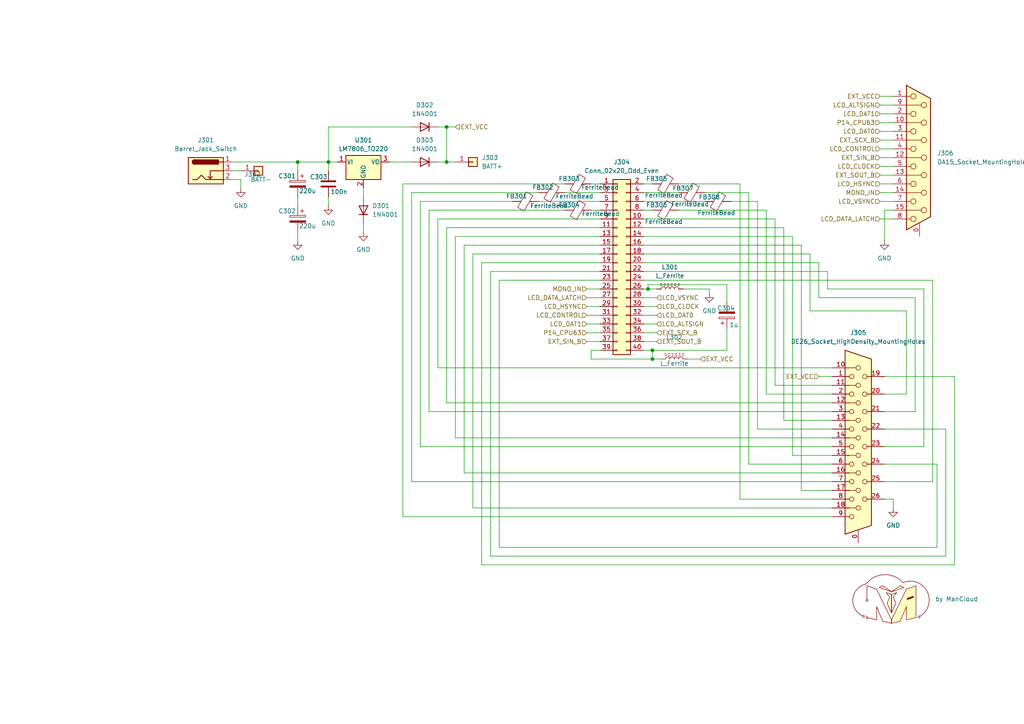
<source format=kicad_sch>
(kicad_sch (version 20250114) (generator "eeschema") (generator_version "9.0")
  (paper "A4")
  (title_block (title "MegaDuck - SJC - EXT Board") (date "2025-12-12") (rev "v20251212") (company "ManCloud"))
  (lib_symbols
    (symbol "Connector:Barrel_Jack_Switch" (pin_names (hide yes))
      (property "Reference" "J" (at 0 5.334 0))
      (property "Value" "Barrel_Jack_Switch" (at 0 -5.08 0))
      (symbol "Barrel_Jack_Switch_0_1"
        (rectangle (start -5.08 3.81) (end 5.08 -3.81) (stroke (width 0.254)) (fill (type background)))
        (polyline (pts (xy -3.81 -2.54) (xy -2.54 -2.54) (xy -1.27 -1.27) (xy 0 -2.54) (xy 2.54 -2.54) (xy 5.08 -2.54)) (stroke (width 0.254)))
        (arc (start -3.302 1.905) (mid -3.9343 2.54) (end -3.302 3.175) (stroke (width 0.254)))
        (arc (start -3.302 1.905) (mid -3.9343 2.54) (end -3.302 3.175) (stroke (width 0.254)) (fill (type outline)))
        (polyline (pts (xy 1.27 -2.286) (xy 1.905 -1.651)) (stroke (width 0.254)))
        (rectangle (start 3.683 3.175) (end -3.302 1.905) (stroke (width 0.254)) (fill (type outline)))
        (polyline (pts (xy 5.08 2.54) (xy 3.81 2.54)) (stroke (width 0.254)))
        (polyline (pts (xy 5.08 0) (xy 1.27 0) (xy 1.27 -2.286) (xy 0.635 -1.651)) (stroke (width 0.254)))
      )
      (symbol "Barrel_Jack_Switch_1_1"
        (pin passive line (at 7.62 2.54 180) (length 2.54) (name "~") (number "1"))
        (pin passive line (at 7.62 0 180) (length 2.54) (name "~") (number "3"))
        (pin passive line (at 7.62 -2.54 180) (length 2.54) (name "~") (number "2"))
      )
    )
    (symbol "Connector:DA15_Socket_MountingHoles" (pin_names (offset 1.016) (hide yes))
      (property "Reference" "J" (at 0 24.13 0))
      (property "Value" "DA15_Socket_MountingHoles" (at 0 22.225 0))
      (symbol "DA15_Socket_MountingHoles_0_1"
        (polyline (pts (xy -3.81 20.955) (xy 3.175 17.145) (xy 3.175 -17.145) (xy -3.81 -20.955) (xy -3.81 20.955)) (stroke (width 0.254)) (fill (type background)))
        (polyline (pts (xy -3.81 17.78) (xy -2.54 17.78)))
        (polyline (pts (xy -3.81 15.24) (xy 0.508 15.24)))
        (polyline (pts (xy -3.81 12.7) (xy -2.54 12.7)))
        (polyline (pts (xy -3.81 10.16) (xy 0.508 10.16)))
        (polyline (pts (xy -3.81 7.62) (xy -2.54 7.62)))
        (polyline (pts (xy -3.81 5.08) (xy 0.508 5.08)))
        (polyline (pts (xy -3.81 2.54) (xy -2.54 2.54)))
        (polyline (pts (xy -3.81 0) (xy 0.508 0)))
        (polyline (pts (xy -3.81 -2.54) (xy -2.54 -2.54)))
        (polyline (pts (xy -3.81 -5.08) (xy 0.508 -5.08)))
        (polyline (pts (xy -3.81 -7.62) (xy -2.54 -7.62)))
        (polyline (pts (xy -3.81 -10.16) (xy 0.508 -10.16)))
        (polyline (pts (xy -3.81 -12.7) (xy -2.54 -12.7)))
        (polyline (pts (xy -3.81 -15.24) (xy 0.508 -15.24)))
        (polyline (pts (xy -3.81 -17.78) (xy -2.54 -17.78)))
        (circle (center -1.778 17.78) (radius 0.762))
        (circle (center -1.778 12.7) (radius 0.762))
        (circle (center -1.778 7.62) (radius 0.762))
        (circle (center -1.778 2.54) (radius 0.762))
        (circle (center -1.778 -2.54) (radius 0.762))
        (circle (center -1.778 -7.62) (radius 0.762))
        (circle (center -1.778 -12.7) (radius 0.762))
        (circle (center -1.778 -17.78) (radius 0.762))
        (circle (center 1.27 15.24) (radius 0.762))
        (circle (center 1.27 10.16) (radius 0.762))
        (circle (center 1.27 5.08) (radius 0.762))
        (circle (center 1.27 0) (radius 0.762))
        (circle (center 1.27 -5.08) (radius 0.762))
        (circle (center 1.27 -10.16) (radius 0.762))
        (circle (center 1.27 -15.24) (radius 0.762))
      )
      (symbol "DA15_Socket_MountingHoles_1_1"
        (pin passive line (at -7.62 17.78 0) (length 3.81) (name "1") (number "1"))
        (pin passive line (at -7.62 15.24 0) (length 3.81) (name "P9") (number "9"))
        (pin passive line (at -7.62 12.7 0) (length 3.81) (name "2") (number "2"))
        (pin passive line (at -7.62 10.16 0) (length 3.81) (name "P10") (number "10"))
        (pin passive line (at -7.62 7.62 0) (length 3.81) (name "3") (number "3"))
        (pin passive line (at -7.62 5.08 0) (length 3.81) (name "P111") (number "11"))
        (pin passive line (at -7.62 2.54 0) (length 3.81) (name "4") (number "4"))
        (pin passive line (at -7.62 0 0) (length 3.81) (name "P12") (number "12"))
        (pin passive line (at -7.62 -2.54 0) (length 3.81) (name "5") (number "5"))
        (pin passive line (at -7.62 -5.08 0) (length 3.81) (name "P13") (number "13"))
        (pin passive line (at -7.62 -7.62 0) (length 3.81) (name "6") (number "6"))
        (pin passive line (at -7.62 -10.16 0) (length 3.81) (name "P14") (number "14"))
        (pin passive line (at -7.62 -12.7 0) (length 3.81) (name "7") (number "7"))
        (pin passive line (at -7.62 -15.24 0) (length 3.81) (name "P15") (number "15"))
        (pin passive line (at -7.62 -17.78 0) (length 3.81) (name "8") (number "8"))
        (pin passive line (at 0 -22.86 90) (length 3.81) (name "PAD") (number "0"))
      )
    )
    (symbol "Connector_Generic:Conn_01x01" (pin_names (offset 1.016) (hide yes))
      (property "Reference" "J" (at 0 2.54 0))
      (property "Value" "Conn_01x01" (at 0 -2.54 0))
      (symbol "Conn_01x01_1_1"
        (rectangle (start -1.27 1.27) (end 1.27 -1.27) (stroke (width 0.254)) (fill (type background)))
        (rectangle (start -1.27 0.127) (end 0 -0.127) (stroke (width 0.1524)))
        (pin passive line (at -5.08 0 0) (length 3.81) (name "Pin_1") (number "1"))
      )
    )
    (symbol "Connector_Generic:Conn_02x20_Odd_Even" (pin_names (offset 1.016) (hide yes))
      (property "Reference" "J" (at 1.27 25.4 0))
      (property "Value" "Conn_02x20_Odd_Even" (at 1.27 -27.94 0))
      (symbol "Conn_02x20_Odd_Even_1_1"
        (rectangle (start -1.27 24.13) (end 3.81 -26.67) (stroke (width 0.254)) (fill (type background)))
        (rectangle (start -1.27 22.987) (end 0 22.733) (stroke (width 0.1524)))
        (rectangle (start -1.27 20.447) (end 0 20.193) (stroke (width 0.1524)))
        (rectangle (start -1.27 17.907) (end 0 17.653) (stroke (width 0.1524)))
        (rectangle (start -1.27 15.367) (end 0 15.113) (stroke (width 0.1524)))
        (rectangle (start -1.27 12.827) (end 0 12.573) (stroke (width 0.1524)))
        (rectangle (start -1.27 10.287) (end 0 10.033) (stroke (width 0.1524)))
        (rectangle (start -1.27 7.747) (end 0 7.493) (stroke (width 0.1524)))
        (rectangle (start -1.27 5.207) (end 0 4.953) (stroke (width 0.1524)))
        (rectangle (start -1.27 2.667) (end 0 2.413) (stroke (width 0.1524)))
        (rectangle (start -1.27 0.127) (end 0 -0.127) (stroke (width 0.1524)))
        (rectangle (start -1.27 -2.413) (end 0 -2.667) (stroke (width 0.1524)))
        (rectangle (start -1.27 -4.953) (end 0 -5.207) (stroke (width 0.1524)))
        (rectangle (start -1.27 -7.493) (end 0 -7.747) (stroke (width 0.1524)))
        (rectangle (start -1.27 -10.033) (end 0 -10.287) (stroke (width 0.1524)))
        (rectangle (start -1.27 -12.573) (end 0 -12.827) (stroke (width 0.1524)))
        (rectangle (start -1.27 -15.113) (end 0 -15.367) (stroke (width 0.1524)))
        (rectangle (start -1.27 -17.653) (end 0 -17.907) (stroke (width 0.1524)))
        (rectangle (start -1.27 -20.193) (end 0 -20.447) (stroke (width 0.1524)))
        (rectangle (start -1.27 -22.733) (end 0 -22.987) (stroke (width 0.1524)))
        (rectangle (start -1.27 -25.273) (end 0 -25.527) (stroke (width 0.1524)))
        (rectangle (start 3.81 22.987) (end 2.54 22.733) (stroke (width 0.1524)))
        (rectangle (start 3.81 20.447) (end 2.54 20.193) (stroke (width 0.1524)))
        (rectangle (start 3.81 17.907) (end 2.54 17.653) (stroke (width 0.1524)))
        (rectangle (start 3.81 15.367) (end 2.54 15.113) (stroke (width 0.1524)))
        (rectangle (start 3.81 12.827) (end 2.54 12.573) (stroke (width 0.1524)))
        (rectangle (start 3.81 10.287) (end 2.54 10.033) (stroke (width 0.1524)))
        (rectangle (start 3.81 7.747) (end 2.54 7.493) (stroke (width 0.1524)))
        (rectangle (start 3.81 5.207) (end 2.54 4.953) (stroke (width 0.1524)))
        (rectangle (start 3.81 2.667) (end 2.54 2.413) (stroke (width 0.1524)))
        (rectangle (start 3.81 0.127) (end 2.54 -0.127) (stroke (width 0.1524)))
        (rectangle (start 3.81 -2.413) (end 2.54 -2.667) (stroke (width 0.1524)))
        (rectangle (start 3.81 -4.953) (end 2.54 -5.207) (stroke (width 0.1524)))
        (rectangle (start 3.81 -7.493) (end 2.54 -7.747) (stroke (width 0.1524)))
        (rectangle (start 3.81 -10.033) (end 2.54 -10.287) (stroke (width 0.1524)))
        (rectangle (start 3.81 -12.573) (end 2.54 -12.827) (stroke (width 0.1524)))
        (rectangle (start 3.81 -15.113) (end 2.54 -15.367) (stroke (width 0.1524)))
        (rectangle (start 3.81 -17.653) (end 2.54 -17.907) (stroke (width 0.1524)))
        (rectangle (start 3.81 -20.193) (end 2.54 -20.447) (stroke (width 0.1524)))
        (rectangle (start 3.81 -22.733) (end 2.54 -22.987) (stroke (width 0.1524)))
        (rectangle (start 3.81 -25.273) (end 2.54 -25.527) (stroke (width 0.1524)))
        (pin passive line (at -5.08 22.86 0) (length 3.81) (name "Pin_1") (number "1"))
        (pin passive line (at -5.08 20.32 0) (length 3.81) (name "Pin_3") (number "3"))
        (pin passive line (at -5.08 17.78 0) (length 3.81) (name "Pin_5") (number "5"))
        (pin passive line (at -5.08 15.24 0) (length 3.81) (name "Pin_7") (number "7"))
        (pin passive line (at -5.08 12.7 0) (length 3.81) (name "Pin_9") (number "9"))
        (pin passive line (at -5.08 10.16 0) (length 3.81) (name "Pin_11") (number "11"))
        (pin passive line (at -5.08 7.62 0) (length 3.81) (name "Pin_13") (number "13"))
        (pin passive line (at -5.08 5.08 0) (length 3.81) (name "Pin_15") (number "15"))
        (pin passive line (at -5.08 2.54 0) (length 3.81) (name "Pin_17") (number "17"))
        (pin passive line (at -5.08 0 0) (length 3.81) (name "Pin_19") (number "19"))
        (pin passive line (at -5.08 -2.54 0) (length 3.81) (name "Pin_21") (number "21"))
        (pin passive line (at -5.08 -5.08 0) (length 3.81) (name "Pin_23") (number "23"))
        (pin passive line (at -5.08 -7.62 0) (length 3.81) (name "Pin_25") (number "25"))
        (pin passive line (at -5.08 -10.16 0) (length 3.81) (name "Pin_27") (number "27"))
        (pin passive line (at -5.08 -12.7 0) (length 3.81) (name "Pin_29") (number "29"))
        (pin passive line (at -5.08 -15.24 0) (length 3.81) (name "Pin_31") (number "31"))
        (pin passive line (at -5.08 -17.78 0) (length 3.81) (name "Pin_33") (number "33"))
        (pin passive line (at -5.08 -20.32 0) (length 3.81) (name "Pin_35") (number "35"))
        (pin passive line (at -5.08 -22.86 0) (length 3.81) (name "Pin_37") (number "37"))
        (pin passive line (at -5.08 -25.4 0) (length 3.81) (name "Pin_39") (number "39"))
        (pin passive line (at 7.62 22.86 180) (length 3.81) (name "Pin_2") (number "2"))
        (pin passive line (at 7.62 20.32 180) (length 3.81) (name "Pin_4") (number "4"))
        (pin passive line (at 7.62 17.78 180) (length 3.81) (name "Pin_6") (number "6"))
        (pin passive line (at 7.62 15.24 180) (length 3.81) (name "Pin_8") (number "8"))
        (pin passive line (at 7.62 12.7 180) (length 3.81) (name "Pin_10") (number "10"))
        (pin passive line (at 7.62 10.16 180) (length 3.81) (name "Pin_12") (number "12"))
        (pin passive line (at 7.62 7.62 180) (length 3.81) (name "Pin_14") (number "14"))
        (pin passive line (at 7.62 5.08 180) (length 3.81) (name "Pin_16") (number "16"))
        (pin passive line (at 7.62 2.54 180) (length 3.81) (name "Pin_18") (number "18"))
        (pin passive line (at 7.62 0 180) (length 3.81) (name "Pin_20") (number "20"))
        (pin passive line (at 7.62 -2.54 180) (length 3.81) (name "Pin_22") (number "22"))
        (pin passive line (at 7.62 -5.08 180) (length 3.81) (name "Pin_24") (number "24"))
        (pin passive line (at 7.62 -7.62 180) (length 3.81) (name "Pin_26") (number "26"))
        (pin passive line (at 7.62 -10.16 180) (length 3.81) (name "Pin_28") (number "28"))
        (pin passive line (at 7.62 -12.7 180) (length 3.81) (name "Pin_30") (number "30"))
        (pin passive line (at 7.62 -15.24 180) (length 3.81) (name "Pin_32") (number "32"))
        (pin passive line (at 7.62 -17.78 180) (length 3.81) (name "Pin_34") (number "34"))
        (pin passive line (at 7.62 -20.32 180) (length 3.81) (name "Pin_36") (number "36"))
        (pin passive line (at 7.62 -22.86 180) (length 3.81) (name "Pin_38") (number "38"))
        (pin passive line (at 7.62 -25.4 180) (length 3.81) (name "Pin_40") (number "40"))
      )
    )
    (symbol "Device:C" (pin_numbers (hide yes)) (pin_names (offset 0.254))
      (property "Reference" "C" (at 0.635 2.54 0))
      (property "Value" "C" (at 0.635 -2.54 0))
      (symbol "C_0_1"
        (polyline (pts (xy -2.032 0.762) (xy 2.032 0.762)) (stroke (width 0.508)))
        (polyline (pts (xy -2.032 -0.762) (xy 2.032 -0.762)) (stroke (width 0.508)))
      )
      (symbol "C_1_1"
        (pin passive line (at 0 3.81 270) (length 2.794) (name "~") (number "1"))
        (pin passive line (at 0 -3.81 90) (length 2.794) (name "~") (number "2"))
      )
    )
    (symbol "Device:C_Polarized" (pin_numbers (hide yes)) (pin_names (offset 0.254))
      (property "Reference" "C" (at 0.635 2.54 0))
      (property "Value" "C_Polarized" (at 0.635 -2.54 0))
      (symbol "C_Polarized_0_1"
        (rectangle (start -2.286 0.508) (end 2.286 1.016))
        (polyline (pts (xy -1.778 2.286) (xy -0.762 2.286)))
        (polyline (pts (xy -1.27 2.794) (xy -1.27 1.778)))
        (rectangle (start 2.286 -0.508) (end -2.286 -1.016) (fill (type outline)))
      )
      (symbol "C_Polarized_1_1"
        (pin passive line (at 0 3.81 270) (length 2.794) (name "~") (number "1"))
        (pin passive line (at 0 -3.81 90) (length 2.794) (name "~") (number "2"))
      )
    )
    (symbol "Device:FerriteBead" (pin_numbers (hide yes)) (pin_names (offset 0))
      (property "Reference" "FB" (at -3.81 0.635 90))
      (property "Value" "FerriteBead" (at 3.81 0 90))
      (symbol "FerriteBead_0_1"
        (polyline (pts (xy -2.7686 0.4064) (xy -1.7018 2.2606) (xy 2.7686 -0.3048) (xy 1.6764 -2.159) (xy -2.7686 0.4064)))
        (polyline (pts (xy 0 1.27) (xy 0 1.2954)))
        (polyline (pts (xy 0 -1.27) (xy 0 -1.2192)))
      )
      (symbol "FerriteBead_1_1"
        (pin passive line (at 0 3.81 270) (length 2.54) (name "~") (number "1"))
        (pin passive line (at 0 -3.81 90) (length 2.54) (name "~") (number "2"))
      )
    )
    (symbol "Device:L_Ferrite" (pin_numbers (hide yes)) (pin_names (offset 1.016) (hide yes))
      (property "Reference" "L" (at -1.27 0 90))
      (property "Value" "L_Ferrite" (at 2.794 0 90))
      (symbol "L_Ferrite_0_1"
        (arc (start 0 2.54) (mid 0.6323 1.905) (end 0 1.27))
        (arc (start 0 1.27) (mid 0.6323 0.635) (end 0 0))
        (arc (start 0 0) (mid 0.6323 -0.635) (end 0 -1.27))
        (arc (start 0 -1.27) (mid 0.6323 -1.905) (end 0 -2.54))
        (polyline (pts (xy 1.016 2.286) (xy 1.016 2.794)))
        (polyline (pts (xy 1.016 1.27) (xy 1.016 1.778)))
        (polyline (pts (xy 1.016 0.254) (xy 1.016 0.762)))
        (polyline (pts (xy 1.016 -0.762) (xy 1.016 -0.254)))
        (polyline (pts (xy 1.016 -1.778) (xy 1.016 -1.27)))
        (polyline (pts (xy 1.016 -2.794) (xy 1.016 -2.286)))
        (polyline (pts (xy 1.524 2.794) (xy 1.524 2.286)))
        (polyline (pts (xy 1.524 1.778) (xy 1.524 1.27)))
        (polyline (pts (xy 1.524 0.762) (xy 1.524 0.254)))
        (polyline (pts (xy 1.524 -0.254) (xy 1.524 -0.762)))
        (polyline (pts (xy 1.524 -1.27) (xy 1.524 -1.778)))
        (polyline (pts (xy 1.524 -2.286) (xy 1.524 -2.794)))
      )
      (symbol "L_Ferrite_1_1"
        (pin passive line (at 0 3.81 270) (length 1.27) (name "1") (number "1"))
        (pin passive line (at 0 -3.81 90) (length 1.27) (name "2") (number "2"))
      )
    )
    (symbol "Diode:1N4001" (pin_numbers (hide yes)) (pin_names (hide yes))
      (property "Reference" "D" (at 0 2.54 0))
      (property "Value" "1N4001" (at 0 -2.54 0))
      (symbol "1N4001_0_1"
        (polyline (pts (xy -1.27 1.27) (xy -1.27 -1.27)) (stroke (width 0.254)))
        (polyline (pts (xy 1.27 1.27) (xy 1.27 -1.27) (xy -1.27 0) (xy 1.27 1.27)) (stroke (width 0.254)))
        (polyline (pts (xy 1.27 0) (xy -1.27 0)))
      )
      (symbol "1N4001_1_1"
        (pin passive line (at -3.81 0 0) (length 2.54) (name "K") (number "1"))
        (pin passive line (at 3.81 0 180) (length 2.54) (name "A") (number "2"))
      )
    )
    (symbol "Eigenes:by ManCloud"
      (property "Value" "by ManCloud" (at -9.0424 -7.9756 0))
      (symbol "by ManCloud_0_1"
        (circle (center -8.128 -5.588) (radius 0.284) (stroke (width 0.1524)))
        (circle (center -7.112 -0.9652) (radius 0.284) (stroke (width 0.1524)))
        (circle (center -7.112 -5.969) (radius 0.284) (stroke (width 0.1524)))
        (polyline (pts (xy -6.8072 -6.0452) (xy -4.318 -6.604) (xy -4.318 -2.794) (xy -2.54 -6.985) (xy 0 -7.62) (xy 0 -6.604) (xy -4.318 2.286) (xy -7.112 3.302) (xy -7.112 -0.635)) (stroke (width 0.1524)))
        (arc (start -8.4328 -5.4356) (mid -11.1878 -0.4122) (end -7.3152 3.81) (stroke (width 0.1524)))
        (polyline (pts (xy -2.54 3.302) (xy 0 1.524) (xy -3.556 2.794) (xy -2.54 3.302)) (stroke (width 0.1524)) (fill (type background)))
        (arc (start -7.3152 3.81) (mid -2.0911 6.5108) (end 3.302 4.1656) (stroke (width 0.1524)))
        (polyline (pts (xy 0 -4.572) (xy -1.27 -1.778) (xy -0.508 0) (xy -1.524 1.27) (xy 0 0.762) (xy 0 -4.572)) (stroke (width 0.1524)) (fill (type background)))
        (polyline (pts (xy 0 -4.572) (xy 1.27 -1.778) (xy 0.508 0) (xy 1.524 1.27) (xy 0 0.762) (xy 0 -4.572)) (stroke (width 0.1524)))
        (polyline (pts (xy 2.54 3.302) (xy 0 1.524) (xy 3.556 2.794) (xy 2.54 3.302)) (stroke (width 0.1524)) (fill (type background)))
        (polyline (pts (xy 4.318 2.286) (xy 7.112 3.302) (xy 7.112 -5.969) (xy 4.318 -6.604) (xy 4.318 -2.794) (xy 2.54 -6.985) (xy 0 -7.62) (xy 0 -6.604) (xy 4.318 2.286)) (stroke (width 0.1524)) (fill (type background)))
        (arc (start 3.302 4.1656) (mid 10.3596 1.6096) (end 8.2296 -5.588) (stroke (width 0.1524)))
        (polyline (pts (xy 6.35 0.254) (xy 4.572 -0.381) (xy 4.572 -0.762) (xy 6.35 -0.127) (xy 6.35 0.254)) (stroke (width 0.1524)) (fill (type outline)))
        (circle (center 7.9756 -5.7404) (radius 0.284) (stroke (width 0.1524)))
      )
    )
    (symbol "Mega_Duck:DE26_Socket_HighDensity_MountingHoles" (pin_names (offset 1.016) (hide yes))
      (property "Reference" "J" (at 0 29.21 0))
      (property "Value" "DE26_Socket_HighDensity_MountingHoles" (at 0 26.67 0))
      (symbol "DE26_Socket_HighDensity_MountingHoles_0_1"
        (polyline (pts (xy -3.81 25.4) (xy -3.81 -27.94) (xy 3.81 -25.4) (xy 3.81 22.86) (xy -3.81 25.4)) (stroke (width 0.254)) (fill (type background)))
        (polyline (pts (xy -3.175 15.24) (xy -0.635 15.24)))
        (polyline (pts (xy -3.175 -10.16) (xy -0.635 -10.16)))
        (circle (center -1.905 17.78) (radius 0.635))
        (circle (center -1.905 12.7) (radius 0.635))
        (circle (center -1.905 7.62) (radius 0.635))
        (circle (center -1.905 2.54) (radius 0.635))
        (circle (center -1.905 -2.54) (radius 0.635))
        (circle (center -1.905 -7.62) (radius 0.635))
        (circle (center -1.905 -12.7) (radius 0.635))
        (circle (center -1.905 -17.78) (radius 0.635))
        (circle (center -1.905 -22.86) (radius 0.635))
        (polyline (pts (xy -0.635 20.32) (xy -3.175 20.32)))
        (polyline (pts (xy -0.635 10.16) (xy -3.175 10.16)))
        (polyline (pts (xy -0.635 5.08) (xy -3.175 5.08)))
        (polyline (pts (xy -0.635 0) (xy -3.175 0)))
        (polyline (pts (xy -0.635 -5.08) (xy -3.175 -5.08)))
        (polyline (pts (xy -0.635 -15.24) (xy -3.175 -15.24)))
        (polyline (pts (xy -0.635 -20.32) (xy -3.175 -20.32)))
        (circle (center 0 20.32) (radius 0.635))
        (circle (center 0 15.24) (radius 0.635))
        (circle (center 0 10.16) (radius 0.635))
        (circle (center 0 5.08) (radius 0.635))
        (circle (center 0 0) (radius 0.635))
        (circle (center 0 -5.08) (radius 0.635))
        (circle (center 0 -10.16) (radius 0.635))
        (circle (center 0 -15.24) (radius 0.635))
        (circle (center 0 -20.32) (radius 0.635))
        (circle (center 1.905 17.78) (radius 0.635))
        (circle (center 1.905 12.7) (radius 0.635))
        (circle (center 1.905 7.62) (radius 0.635))
        (circle (center 1.905 2.54) (radius 0.635))
        (circle (center 1.905 -2.54) (radius 0.635))
        (circle (center 1.905 -7.62) (radius 0.635))
        (circle (center 1.905 -12.7) (radius 0.635))
        (circle (center 1.905 -17.78) (radius 0.635))
      )
      (symbol "DE26_Socket_HighDensity_MountingHoles_1_1"
        (pin passive line (at -7.62 20.32 0) (length 5.08) (name "~") (number "10"))
        (pin passive line (at -7.62 17.78 0) (length 5.08) (name "~") (number "1"))
        (pin passive line (at -7.62 15.24 0) (length 5.08) (name "~") (number "11"))
        (pin passive line (at -7.62 12.7 0) (length 5.08) (name "~") (number "2"))
        (pin passive line (at -7.62 10.16 0) (length 5.08) (name "~") (number "12"))
        (pin passive line (at -7.62 7.62 0) (length 5.08) (name "~") (number "3"))
        (pin passive line (at -7.62 5.08 0) (length 5.08) (name "~") (number "13"))
        (pin passive line (at -7.62 2.54 0) (length 5.08) (name "~") (number "4"))
        (pin passive line (at -7.62 0 0) (length 5.08) (name "~") (number "14"))
        (pin passive line (at -7.62 -2.54 0) (length 5.08) (name "~") (number "5"))
        (pin passive line (at -7.62 -5.08 0) (length 5.08) (name "~") (number "15"))
        (pin passive line (at -7.62 -7.62 0) (length 5.08) (name "~") (number "6"))
        (pin passive line (at -7.62 -10.16 0) (length 5.08) (name "~") (number "16"))
        (pin passive line (at -7.62 -12.7 0) (length 5.08) (name "~") (number "7"))
        (pin passive line (at -7.62 -15.24 0) (length 5.08) (name "~") (number "17"))
        (pin passive line (at -7.62 -17.78 0) (length 5.08) (name "~") (number "8"))
        (pin passive line (at -7.62 -20.32 0) (length 5.08) (name "~") (number "18"))
        (pin passive line (at -7.62 -22.86 0) (length 5.08) (name "~") (number "9"))
        (pin passive line (at 0 -30.48 90) (length 3.81) (name "~") (number "0"))
        (pin passive line (at 7.62 17.78 180) (length 5.08) (name "~") (number "19"))
        (pin passive line (at 7.62 12.7 180) (length 5.08) (name "~") (number "20"))
        (pin passive line (at 7.62 7.62 180) (length 5.08) (name "~") (number "21"))
        (pin passive line (at 7.62 2.54 180) (length 5.08) (name "~") (number "22"))
        (pin passive line (at 7.62 -2.54 180) (length 5.08) (name "~") (number "23"))
        (pin passive line (at 7.62 -7.62 180) (length 5.08) (name "~") (number "24"))
        (pin passive line (at 7.62 -12.7 180) (length 5.08) (name "~") (number "25"))
        (pin passive line (at 7.62 -17.78 180) (length 5.08) (name "~") (number "26"))
      )
    )
    (symbol "Regulator_Linear:LM7806_TO220" (pin_names (offset 0.254))
      (property "Reference" "U" (at -3.81 3.175 0))
      (property "Value" "LM7806_TO220" (at 0 3.175 0))
      (symbol "LM7806_TO220_0_1"
        (rectangle (start -5.08 1.905) (end 5.08 -5.08) (stroke (width 0.254)) (fill (type background)))
      )
      (symbol "LM7806_TO220_1_1"
        (pin power_in line (at -7.62 0 0) (length 2.54) (name "VI") (number "1"))
        (pin power_in line (at 0 -7.62 90) (length 2.54) (name "GND") (number "2"))
        (pin power_out line (at 7.62 0 180) (length 2.54) (name "VO") (number "3"))
      )
    )
    (symbol "power:GND" (power) (pin_numbers (hide yes)) (pin_names (offset 0) (hide yes))
      (property "Value" "GND" (at 0 -3.81 0))
      (symbol "GND_0_1"
        (polyline (pts (xy 0 0) (xy 0 -1.27) (xy 1.27 -1.27) (xy 0 -2.54) (xy -1.27 -1.27) (xy 0 -1.27)))
      )
      (symbol "GND_1_1"
        (pin power_in line (at 0 0 270) (length 0) (name "~") (number "1"))
      )
    )
  )
  (junction (at 86.36 46.99))
  (junction (at 187.96 83.82))
  (junction (at 189.23 104.14))
  (junction (at 95.25 46.99))
  (junction (at 129.54 46.99))
  (junction (at 189.23 101.6))
  (junction (at 129.54 36.83))
  (wire (pts (xy 171.45 53.34) (xy 173.99 53.34)))
  (wire (pts (xy 255.27 38.1) (xy 259.08 38.1)))
  (wire (pts (xy 127 36.83) (xy 129.54 36.83)))
  (wire (pts (xy 217.17 55.88) (xy 204.47 55.88)))
  (wire (pts (xy 217.17 134.62) (xy 217.17 55.88)))
  (wire (pts (xy 255.27 33.02) (xy 259.08 33.02)))
  (wire (pts (xy 187.96 82.55) (xy 187.96 83.82)))
  (wire (pts (xy 119.38 36.83) (xy 95.25 36.83)))
  (wire (pts (xy 255.27 27.94) (xy 259.08 27.94)))
  (wire (pts (xy 256.54 119.38) (xy 265.43 119.38)))
  (wire (pts (xy 86.36 57.15) (xy 86.36 59.69)))
  (wire (pts (xy 256.54 139.7) (xy 270.51 139.7)))
  (wire (pts (xy 113.03 46.99) (xy 119.38 46.99)))
  (wire (pts (xy 129.54 46.99) (xy 132.08 46.99)))
  (wire (pts (xy 190.5 96.52) (xy 186.69 96.52)))
  (wire (pts (xy 270.51 81.28) (xy 186.69 81.28)))
  (wire (pts (xy 124.46 119.38) (xy 124.46 60.96)))
  (wire (pts (xy 267.97 129.54) (xy 267.97 83.82)))
  (wire (pts (xy 241.3 149.86) (xy 116.84 149.86)))
  (wire (pts (xy 241.3 121.92) (xy 227.33 121.92)))
  (wire (pts (xy 241.3 132.08) (xy 229.87 132.08)))
  (wire (pts (xy 271.78 158.75) (xy 144.78 158.75)))
  (wire (pts (xy 267.97 83.82) (xy 240.03 83.82)))
  (wire (pts (xy 255.27 30.48) (xy 259.08 30.48)))
  (wire (pts (xy 67.31 52.07) (xy 69.85 52.07)))
  (wire (pts (xy 132.08 127) (xy 132.08 68.58)))
  (wire (pts (xy 219.71 124.46) (xy 219.71 58.42)))
  (wire (pts (xy 190.5 99.06) (xy 186.69 99.06)))
  (wire (pts (xy 170.18 96.52) (xy 173.99 96.52)))
  (wire (pts (xy 255.27 50.8) (xy 259.08 50.8)))
  (wire (pts (xy 205.74 83.82) (xy 205.74 85.09)))
  (wire (pts (xy 129.54 66.04) (xy 173.99 66.04)))
  (wire (pts (xy 137.16 147.32) (xy 137.16 73.66)))
  (wire (pts (xy 255.27 63.5) (xy 259.08 63.5)))
  (wire (pts (xy 121.92 129.54) (xy 121.92 58.42)))
  (wire (pts (xy 232.41 71.12) (xy 186.69 71.12)))
  (wire (pts (xy 190.5 93.98) (xy 186.69 93.98)))
  (wire (pts (xy 232.41 142.24) (xy 232.41 71.12)))
  (wire (pts (xy 241.3 137.16) (xy 134.62 137.16)))
  (wire (pts (xy 241.3 119.38) (xy 124.46 119.38)))
  (wire (pts (xy 119.38 139.7) (xy 119.38 55.88)))
  (wire (pts (xy 187.96 83.82) (xy 190.5 83.82)))
  (wire (pts (xy 186.69 101.6) (xy 189.23 101.6)))
  (wire (pts (xy 86.36 46.99) (xy 95.25 46.99)))
  (wire (pts (xy 139.7 76.2) (xy 173.99 76.2)))
  (wire (pts (xy 186.69 83.82) (xy 187.96 83.82)))
  (wire (pts (xy 170.18 83.82) (xy 173.99 83.82)))
  (wire (pts (xy 255.27 53.34) (xy 259.08 53.34)))
  (wire (pts (xy 196.85 53.34) (xy 214.63 53.34)))
  (wire (pts (xy 234.95 73.66) (xy 186.69 73.66)))
  (wire (pts (xy 139.7 163.83) (xy 139.7 76.2)))
  (wire (pts (xy 186.69 60.96) (xy 189.23 60.96)))
  (wire (pts (xy 189.23 104.14) (xy 189.23 101.6)))
  (wire (pts (xy 237.49 76.2) (xy 186.69 76.2)))
  (wire (pts (xy 222.25 114.3) (xy 222.25 60.96)))
  (wire (pts (xy 170.18 91.44) (xy 173.99 91.44)))
  (wire (pts (xy 274.32 161.29) (xy 142.24 161.29)))
  (wire (pts (xy 170.18 88.9) (xy 173.99 88.9)))
  (wire (pts (xy 270.51 139.7) (xy 270.51 81.28)))
  (wire (pts (xy 173.99 101.6) (xy 171.45 101.6)))
  (wire (pts (xy 241.3 127) (xy 132.08 127)))
  (wire (pts (xy 219.71 58.42) (xy 212.09 58.42)))
  (wire (pts (xy 210.82 101.6) (xy 189.23 101.6)))
  (wire (pts (xy 237.49 109.22) (xy 241.3 109.22)))
  (wire (pts (xy 95.25 36.83) (xy 95.25 46.99)))
  (wire (pts (xy 134.62 137.16) (xy 134.62 71.12)))
  (wire (pts (xy 95.25 49.53) (xy 95.25 46.99)))
  (wire (pts (xy 173.99 63.5) (xy 127 63.5)))
  (wire (pts (xy 116.84 149.86) (xy 116.84 53.34)))
  (wire (pts (xy 142.24 78.74) (xy 173.99 78.74)))
  (wire (pts (xy 256.54 60.96) (xy 259.08 60.96)))
  (wire (pts (xy 189.23 104.14) (xy 191.77 104.14)))
  (wire (pts (xy 255.27 43.18) (xy 259.08 43.18)))
  (wire (pts (xy 190.5 88.9) (xy 186.69 88.9)))
  (wire (pts (xy 86.36 49.53) (xy 86.36 46.99)))
  (wire (pts (xy 116.84 53.34) (xy 163.83 53.34)))
  (wire (pts (xy 255.27 58.42) (xy 259.08 58.42)))
  (wire (pts (xy 241.3 147.32) (xy 137.16 147.32)))
  (wire (pts (xy 256.54 129.54) (xy 267.97 129.54)))
  (wire (pts (xy 259.08 144.78) (xy 256.54 144.78)))
  (wire (pts (xy 256.54 109.22) (xy 276.86 109.22)))
  (wire (pts (xy 241.3 116.84) (xy 129.54 116.84)))
  (wire (pts (xy 274.32 124.46) (xy 274.32 161.29)))
  (wire (pts (xy 240.03 83.82) (xy 240.03 78.74)))
  (wire (pts (xy 227.33 121.92) (xy 227.33 66.04)))
  (wire (pts (xy 124.46 60.96) (xy 163.83 60.96)))
  (wire (pts (xy 137.16 73.66) (xy 173.99 73.66)))
  (wire (pts (xy 171.45 60.96) (xy 173.99 60.96)))
  (wire (pts (xy 190.5 91.44) (xy 186.69 91.44)))
  (wire (pts (xy 241.3 139.7) (xy 119.38 139.7)))
  (wire (pts (xy 222.25 60.96) (xy 196.85 60.96)))
  (wire (pts (xy 241.3 124.46) (xy 219.71 124.46)))
  (wire (pts (xy 214.63 53.34) (xy 214.63 144.78)))
  (wire (pts (xy 256.54 69.85) (xy 256.54 60.96)))
  (wire (pts (xy 127 46.99) (xy 129.54 46.99)))
  (wire (pts (xy 163.83 55.88) (xy 173.99 55.88)))
  (wire (pts (xy 129.54 116.84) (xy 129.54 66.04)))
  (wire (pts (xy 255.27 35.56) (xy 259.08 35.56)))
  (wire (pts (xy 255.27 48.26) (xy 259.08 48.26)))
  (wire (pts (xy 214.63 144.78) (xy 241.3 144.78)))
  (wire (pts (xy 210.82 87.63) (xy 210.82 82.55)))
  (wire (pts (xy 210.82 82.55) (xy 187.96 82.55)))
  (wire (pts (xy 227.33 66.04) (xy 186.69 66.04)))
  (wire (pts (xy 271.78 134.62) (xy 271.78 158.75)))
  (wire (pts (xy 262.89 114.3) (xy 262.89 90.17)))
  (wire (pts (xy 129.54 36.83) (xy 129.54 46.99)))
  (wire (pts (xy 127 106.68) (xy 241.3 106.68)))
  (wire (pts (xy 241.3 129.54) (xy 121.92 129.54)))
  (wire (pts (xy 259.08 147.32) (xy 259.08 144.78)))
  (wire (pts (xy 224.79 111.76) (xy 224.79 63.5)))
  (wire (pts (xy 241.3 142.24) (xy 232.41 142.24)))
  (wire (pts (xy 144.78 158.75) (xy 144.78 81.28)))
  (wire (pts (xy 255.27 45.72) (xy 259.08 45.72)))
  (wire (pts (xy 127 63.5) (xy 127 106.68)))
  (wire (pts (xy 224.79 63.5) (xy 186.69 63.5)))
  (wire (pts (xy 95.25 59.69) (xy 95.25 57.15)))
  (wire (pts (xy 229.87 68.58) (xy 186.69 68.58)))
  (wire (pts (xy 265.43 86.36) (xy 237.49 86.36)))
  (wire (pts (xy 132.08 68.58) (xy 173.99 68.58)))
  (wire (pts (xy 276.86 109.22) (xy 276.86 163.83)))
  (wire (pts (xy 255.27 40.64) (xy 259.08 40.64)))
  (wire (pts (xy 132.08 36.83) (xy 129.54 36.83)))
  (wire (pts (xy 229.87 132.08) (xy 229.87 68.58)))
  (wire (pts (xy 134.62 71.12) (xy 173.99 71.12)))
  (wire (pts (xy 105.41 54.61) (xy 105.41 57.15)))
  (wire (pts (xy 119.38 55.88) (xy 156.21 55.88)))
  (wire (pts (xy 186.69 55.88) (xy 196.85 55.88)))
  (wire (pts (xy 262.89 90.17) (xy 234.95 90.17)))
  (wire (pts (xy 105.41 67.31) (xy 105.41 64.77)))
  (wire (pts (xy 170.18 86.36) (xy 173.99 86.36)))
  (wire (pts (xy 198.12 83.82) (xy 205.74 83.82)))
  (wire (pts (xy 186.69 58.42) (xy 204.47 58.42)))
  (wire (pts (xy 265.43 119.38) (xy 265.43 86.36)))
  (wire (pts (xy 256.54 114.3) (xy 262.89 114.3)))
  (wire (pts (xy 67.31 49.53) (xy 69.85 49.53)))
  (wire (pts (xy 256.54 134.62) (xy 271.78 134.62)))
  (wire (pts (xy 142.24 161.29) (xy 142.24 78.74)))
  (wire (pts (xy 171.45 104.14) (xy 189.23 104.14)))
  (wire (pts (xy 276.86 163.83) (xy 139.7 163.83)))
  (wire (pts (xy 234.95 90.17) (xy 234.95 73.66)))
  (wire (pts (xy 86.36 67.31) (xy 86.36 69.85)))
  (wire (pts (xy 170.18 99.06) (xy 173.99 99.06)))
  (wire (pts (xy 95.25 46.99) (xy 97.79 46.99)))
  (wire (pts (xy 190.5 86.36) (xy 186.69 86.36)))
  (wire (pts (xy 240.03 78.74) (xy 186.69 78.74)))
  (wire (pts (xy 170.18 93.98) (xy 173.99 93.98)))
  (wire (pts (xy 241.3 134.62) (xy 217.17 134.62)))
  (wire (pts (xy 241.3 111.76) (xy 224.79 111.76)))
  (wire (pts (xy 144.78 81.28) (xy 173.99 81.28)))
  (wire (pts (xy 255.27 55.88) (xy 259.08 55.88)))
  (wire (pts (xy 171.45 101.6) (xy 171.45 104.14)))
  (wire (pts (xy 256.54 124.46) (xy 274.32 124.46)))
  (wire (pts (xy 121.92 58.42) (xy 148.59 58.42)))
  (wire (pts (xy 186.69 53.34) (xy 189.23 53.34)))
  (wire (pts (xy 69.85 52.07) (xy 69.85 54.61)))
  (wire (pts (xy 156.21 58.42) (xy 173.99 58.42)))
  (wire (pts (xy 237.49 86.36) (xy 237.49 76.2)))
  (wire (pts (xy 210.82 95.25) (xy 210.82 101.6)))
  (wire (pts (xy 241.3 114.3) (xy 222.25 114.3)))
  (wire (pts (xy 203.2 104.14) (xy 199.39 104.14)))
  (wire (pts (xy 67.31 46.99) (xy 86.36 46.99)))
  (hierarchical_label "EXT_VCC" (shape input) (at 255.27 27.94 180))
  (hierarchical_label "EXT_SIN_B" (shape input) (at 170.18 99.06 180))
  (hierarchical_label "LCD_VSYNC" (shape input) (at 255.27 58.42 180))
  (hierarchical_label "LCD_DAT1" (shape input) (at 255.27 33.02 180))
  (hierarchical_label "MONO_IN" (shape input) (at 255.27 55.88 180))
  (hierarchical_label "EXT_SCX_B" (shape input) (at 255.27 40.64 180))
  (hierarchical_label "LCD_DAT1" (shape input) (at 170.18 93.98 180))
  (hierarchical_label "EXT_VCC" (shape input) (at 132.08 36.83 0))
  (hierarchical_label "LCD_DAT0" (shape input) (at 190.5 91.44 0))
  (hierarchical_label "MONO_IN" (shape input) (at 170.18 83.82 180))
  (hierarchical_label "LCD_CONTROL" (shape input) (at 255.27 43.18 180))
  (hierarchical_label "P14_CPU63" (shape input) (at 170.18 96.52 180))
  (hierarchical_label "EXT_VCC" (shape input) (at 237.49 109.22 180))
  (hierarchical_label "LCD_HSYNC" (shape input) (at 170.18 88.9 180))
  (hierarchical_label "EXT_VCC" (shape input) (at 203.2 104.14 0))
  (hierarchical_label "LCD_ALTSIGN" (shape input) (at 190.5 93.98 0))
  (hierarchical_label "LCD_DAT0" (shape input) (at 255.27 38.1 180))
  (hierarchical_label "LCD_HSYNC" (shape input) (at 255.27 53.34 180))
  (hierarchical_label "EXT_SIN_B" (shape input) (at 255.27 45.72 180))
  (hierarchical_label "EXT_SOUT_B" (shape input) (at 255.27 50.8 180))
  (hierarchical_label "EXT_SCX_B" (shape input) (at 190.5 96.52 0))
  (hierarchical_label "P14_CPU63" (shape input) (at 255.27 35.56 180))
  (hierarchical_label "EXT_SOUT_B" (shape input) (at 190.5 99.06 0))
  (hierarchical_label "LCD_VSYNC" (shape input) (at 190.5 86.36 0))
  (hierarchical_label "LCD_DATA_LATCH" (shape input) (at 255.27 63.5 180))
  (hierarchical_label "LCD_CONTROL" (shape input) (at 170.18 91.44 180))
  (hierarchical_label "LCD_CLOCK" (shape input) (at 190.5 88.9 0))
  (hierarchical_label "LCD_CLOCK" (shape input) (at 255.27 48.26 180))
  (hierarchical_label "LCD_DATA_LATCH" (shape input) (at 170.18 86.36 180))
  (hierarchical_label "LCD_ALTSIGN" (shape input) (at 255.27 30.48 180))
  (symbol (lib_id "Diode:1N4001") (at 105.41 60.96 270) (mirror x) (unit 1)
    (property "Reference" "D301" (at 107.95 59.6899 90) (effects (justify left)))
    (property "Value" "1N4001" (at 107.95 62.2299 90) (effects (justify left)))
    (property "Footprint" "Diode_THT:D_DO-41_SOD81_P10.16mm_Horizontal" (effects (hide yes)))
    (property "Datasheet" "http://www.vishay.com/docs/88503/1n4001.pdf" (effects (hide yes)))
    (property "Description" "50V 1A General Purpose Rectifier Diode, DO-41" (effects (hide yes)))
    (property "Sim.Device" "D" (effects (hide yes)))
    (property "Sim.Pins" "1=K 2=A" (effects (hide yes)))
  )
  (symbol (lib_id "Device:L_Ferrite") (at 194.31 83.82 90) (unit 1)
    (property "Reference" "L301" (at 194.31 77.47 90))
    (property "Value" "L_Ferrite" (at 194.31 80.01 90))
    (property "Description" "Inductor with ferrite core" (effects (hide yes)))
  )
  (symbol (lib_id "Eigenes:by ManCloud") (at 258.5628 173.1743 0) (unit 1)
    (property "Reference" "U302" (effects (hide yes)))
    (property "Value" "by ManCloud" (at 271.2404 173.7269 0) (effects (justify left)))
  )
  (symbol (lib_id "power:GND") (at 259.08 147.32 0) (unit 1)
    (property "Reference" "#PWR0307" (effects (hide yes)))
    (property "Value" "GND" (at 259.08 152.4 0))
    (property "Description" "Power symbol creates a global label with name \"GND\" , ground" (effects (hide yes)))
  )
  (symbol (lib_id "Device:L_Ferrite") (at 195.58 104.14 90) (unit 1)
    (property "Reference" "L302" (at 195.58 97.79 90))
    (property "Value" "L_Ferrite" (at 195.58 105.41 90))
    (property "Description" "Inductor with ferrite core" (effects (hide yes)))
  )
  (symbol (lib_id "power:GND") (at 256.54 69.85 0) (unit 1)
    (property "Reference" "#PWR0306" (effects (hide yes)))
    (property "Value" "GND" (at 256.54 74.93 0))
    (property "Description" "Power symbol creates a global label with name \"GND\" , ground" (effects (hide yes)))
  )
  (symbol (lib_id "Device:FerriteBead") (at 200.66 55.88 90) (unit 1)
    (property "Reference" "FB307" (at 198.12 54.61 90))
    (property "Value" "FerriteBead" (at 200.152 59.182 90))
    (property "Description" "Ferrite bead" (effects (hide yes)))
  )
  (symbol (lib_id "Diode:1N4001") (at 123.19 46.99 180) (unit 1)
    (property "Reference" "D303" (at 123.19 40.64 0))
    (property "Value" "1N4001" (at 123.19 43.18 0))
    (property "Footprint" "Diode_THT:D_DO-41_SOD81_P10.16mm_Horizontal" (effects (hide yes)))
    (property "Datasheet" "http://www.vishay.com/docs/88503/1n4001.pdf" (effects (hide yes)))
    (property "Description" "50V 1A General Purpose Rectifier Diode, DO-41" (effects (hide yes)))
    (property "Sim.Device" "D" (effects (hide yes)))
    (property "Sim.Pins" "1=K 2=A" (effects (hide yes)))
  )
  (symbol (lib_id "Device:C_Polarized") (at 86.36 63.5 0) (mirror y) (unit 1)
    (property "Reference" "C302" (at 85.852 61.214 0) (effects (justify left)))
    (property "Value" "220u" (at 91.694 65.532 0) (effects (justify left)))
    (property "Description" "Polarized capacitor" (effects (hide yes)))
  )
  (symbol (lib_id "power:GND") (at 86.36 69.85 0) (mirror y) (unit 1)
    (property "Reference" "#PWR0302" (effects (hide yes)))
    (property "Value" "GND" (at 86.36 74.93 0))
    (property "Description" "Power symbol creates a global label with name \"GND\" , ground" (effects (hide yes)))
  )
  (symbol (lib_id "Connector:DA15_Socket_MountingHoles") (at 266.7 45.72 0) (unit 1)
    (property "Reference" "J306" (at 271.78 44.4499 0) (effects (justify left)))
    (property "Value" "DA15_Socket_MountingHoles" (at 271.78 46.9899 0) (effects (justify left)))
    (property "Description" "15-pin D-SUB connector, socket (female) (low-density/2 columns), Mounting Hole" (effects (hide yes)))
  )
  (symbol (lib_id "Connector_Generic:Conn_01x01") (at 137.16 46.99 0) (unit 1)
    (property "Reference" "J303" (at 139.7 45.7199 0) (effects (justify left)))
    (property "Value" "BATT+" (at 139.7 48.2599 0) (effects (justify left)))
    (property "Description" "Generic connector, single row, 01x01, script generated (kicad-library-utils/schlib/autogen/connector/)" (effects (hide yes)))
  )
  (symbol (lib_id "Device:FerriteBead") (at 193.04 60.96 90) (unit 1)
    (property "Reference" "FB306" (at 190.5 59.436 90))
    (property "Value" "FerriteBead" (at 192.532 64.262 90))
    (property "Description" "Ferrite bead" (effects (hide yes)))
  )
  (symbol (lib_id "Diode:1N4001") (at 123.19 36.83 0) (mirror y) (unit 1)
    (property "Reference" "D302" (at 123.19 30.48 0))
    (property "Value" "1N4001" (at 123.19 33.02 0))
    (property "Footprint" "Diode_THT:D_DO-41_SOD81_P10.16mm_Horizontal" (effects (hide yes)))
    (property "Datasheet" "http://www.vishay.com/docs/88503/1n4001.pdf" (effects (hide yes)))
    (property "Description" "50V 1A General Purpose Rectifier Diode, DO-41" (effects (hide yes)))
    (property "Sim.Device" "D" (effects (hide yes)))
    (property "Sim.Pins" "1=K 2=A" (effects (hide yes)))
  )
  (symbol (lib_id "Device:FerriteBead") (at 193.04 53.34 90) (unit 1)
    (property "Reference" "FB305" (at 190.5 51.816 90))
    (property "Value" "FerriteBead" (at 192.532 56.642 90))
    (property "Description" "Ferrite bead" (effects (hide yes)))
  )
  (symbol (lib_id "Device:C_Polarized") (at 86.36 53.34 0) (mirror y) (unit 1)
    (property "Reference" "C301" (at 85.852 51.054 0) (effects (justify left)))
    (property "Value" "220u" (at 91.694 55.372 0) (effects (justify left)))
    (property "Description" "Polarized capacitor" (effects (hide yes)))
  )
  (symbol (lib_id "Connector_Generic:Conn_02x20_Odd_Even") (at 179.07 76.2 0) (unit 1)
    (property "Reference" "J304" (at 180.34 46.99 0))
    (property "Value" "Conn_02x20_Odd_Even" (at 180.34 49.53 0))
    (property "Description" "Generic connector, double row, 02x20, odd/even pin numbering scheme (row 1 odd numbers, row 2 even numbers), script generated (kicad-library-utils/schlib/autogen/connector/)" (effects (hide yes)))
  )
  (symbol (lib_id "Device:FerriteBead") (at 167.64 53.34 90) (unit 1)
    (property "Reference" "FB303" (at 165.1 51.816 90))
    (property "Value" "FerriteBead" (at 173.99 54.356 90))
    (property "Description" "Ferrite bead" (effects (hide yes)))
  )
  (symbol (lib_id "Device:C_Polarized") (at 210.82 91.44 0) (mirror x) (unit 1)
    (property "Reference" "C304" (at 208.026 89.408 0) (effects (justify left)))
    (property "Value" "1u" (at 211.582 94.234 0) (effects (justify left)))
    (property "Description" "Polarized capacitor" (effects (hide yes)))
  )
  (symbol (lib_id "Device:FerriteBead") (at 160.02 55.88 90) (unit 1)
    (property "Reference" "FB302" (at 157.48 54.356 90))
    (property "Value" "FerriteBead" (at 166.624 56.896 90))
    (property "Description" "Ferrite bead" (effects (hide yes)))
  )
  (symbol (lib_id "power:GND") (at 205.74 85.09 0) (unit 1)
    (property "Reference" "#PWR0305" (effects (hide yes)))
    (property "Value" "GND" (at 205.74 90.17 0))
    (property "Description" "Power symbol creates a global label with name \"GND\" , ground" (effects (hide yes)))
  )
  (symbol (lib_id "power:GND") (at 105.41 67.31 0) (mirror y) (unit 1)
    (property "Reference" "#PWR0304" (effects (hide yes)))
    (property "Value" "GND" (at 105.41 72.39 0))
    (property "Description" "Power symbol creates a global label with name \"GND\" , ground" (effects (hide yes)))
  )
  (symbol (lib_id "Device:C") (at 95.25 53.34 0) (mirror y) (unit 1)
    (property "Reference" "C303" (at 94.996 51.308 0) (effects (justify left)))
    (property "Value" "100n" (at 100.838 55.626 0) (effects (justify left)))
    (property "Description" "Unpolarized capacitor" (effects (hide yes)))
  )
  (symbol (lib_id "Device:FerriteBead") (at 152.4 58.42 90) (unit 1)
    (property "Reference" "FB301" (at 149.86 56.896 90))
    (property "Value" "FerriteBead" (at 159.258 59.69 90))
    (property "Description" "Ferrite bead" (effects (hide yes)))
  )
  (symbol (lib_id "Device:FerriteBead") (at 167.64 60.96 90) (unit 1)
    (property "Reference" "FB304" (at 165.1 59.436 90))
    (property "Value" "FerriteBead" (at 174.244 61.976 90))
    (property "Description" "Ferrite bead" (effects (hide yes)))
  )
  (symbol (lib_id "Mega_Duck:DE26_Socket_HighDensity_MountingHoles") (at 248.92 127 0) (unit 1)
    (property "Reference" "J305" (at 248.92 96.52 0))
    (property "Value" "DE26_Socket_HighDensity_MountingHoles" (at 248.92 99.06 0))
    (property "Description" "15-pin D-SUB connector, socket (female), High density (3 columns), Triple Row, Generic, VGA-connector, Mounting Hole" (effects (hide yes)))
  )
  (symbol (lib_id "power:GND") (at 95.25 59.69 0) (mirror y) (unit 1)
    (property "Reference" "#PWR0303" (effects (hide yes)))
    (property "Value" "GND" (at 95.25 64.77 0))
    (property "Description" "Power symbol creates a global label with name \"GND\" , ground" (effects (hide yes)))
  )
  (symbol (lib_id "Connector:Barrel_Jack_Switch") (at 59.69 49.53 0) (unit 1)
    (property "Reference" "J301" (at 59.69 40.64 0))
    (property "Value" "Barrel_Jack_Switch" (at 59.69 43.18 0))
    (property "Description" "DC Barrel Jack with an internal switch" (effects (hide yes)))
  )
  (symbol (lib_id "Connector_Generic:Conn_01x01") (at 74.93 49.53 0) (unit 1)
    (property "Reference" "J302" (at 70.866 50.546 0) (effects (justify left)))
    (property "Value" "BATT-" (at 72.644 52.07 0) (effects (justify left)))
    (property "Description" "Generic connector, single row, 01x01, script generated (kicad-library-utils/schlib/autogen/connector/)" (effects (hide yes)))
  )
  (symbol (lib_id "Device:FerriteBead") (at 208.28 58.42 90) (unit 1)
    (property "Reference" "FB308" (at 205.74 57.15 90))
    (property "Value" "FerriteBead" (at 207.772 61.722 90))
    (property "Description" "Ferrite bead" (effects (hide yes)))
  )
  (symbol (lib_id "Regulator_Linear:LM7806_TO220") (at 105.41 46.99 0) (unit 1)
    (property "Reference" "U301" (at 105.41 40.64 0))
    (property "Value" "LM7806_TO220" (at 105.41 43.18 0))
    (property "Footprint" "Package_TO_SOT_THT:TO-220-3_Vertical" (effects (hide yes)))
    (property "Datasheet" "https://www.onsemi.cn/PowerSolutions/document/MC7800-D.PDF" (effects (hide yes)))
    (property "Description" "Positive 1A 35V Linear Regulator, Fixed Output 6V, TO-220" (effects (hide yes)))
  )
  (symbol (lib_id "power:GND") (at 69.85 54.61 0) (unit 1)
    (property "Reference" "#PWR0301" (effects (hide yes)))
    (property "Value" "GND" (at 69.85 59.69 0))
    (property "Description" "Power symbol creates a global label with name \"GND\" , ground" (effects (hide yes)))
  )
)
</source>
